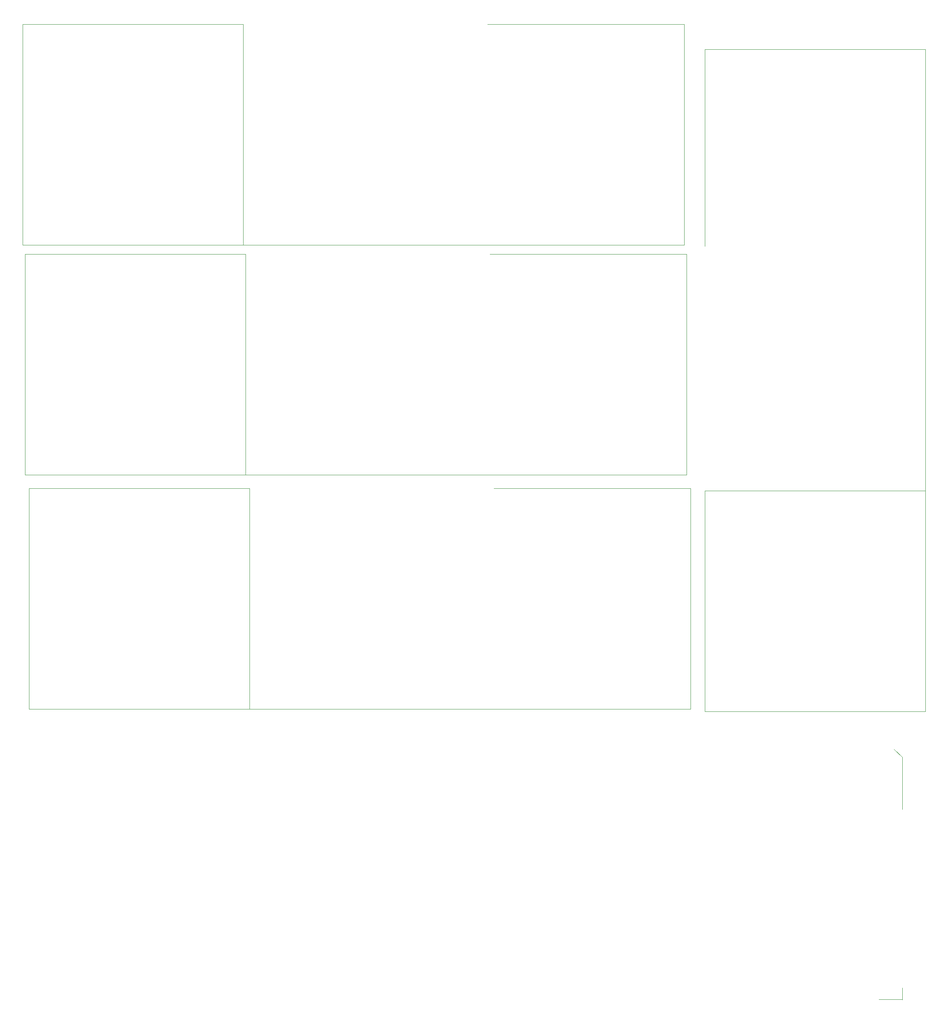
<source format=gko>
%FSTAX23Y23*%
%MOIN*%
%SFA1B1*%

%IPPOS*%
%ADD71C,0.000000*%
%LNmergedpcbs-1*%
%LPD*%
G54D71*
X35755Y24435D02*
Y24585D01*
Y26085*
Y26285*
X35705D02*
X35755D01*
X35555D02*
X35705D01*
X34155D02*
X35555D01*
X33905D02*
X34155D01*
X33905Y26035D02*
Y26285D01*
Y24585D02*
Y26035D01*
Y24435D02*
Y24585D01*
Y24435D02*
X34105D01*
X34155*
X35555*
X35655*
X35755*
X35955*
X36005*
X37405*
X37505*
X37605*
X37805*
X37855*
X39255*
X39355*
X39455*
Y24585*
Y26085*
Y26285*
X39405D02*
X39455D01*
X39255D02*
X39405D01*
X37855D02*
X39255D01*
X37805D02*
X37855D01*
X3572Y264D02*
Y2655D01*
Y2805*
Y2825*
X3567D02*
X3572D01*
X3552D02*
X3567D01*
X3412D02*
X3552D01*
X3387D02*
X3412D01*
X3387Y28D02*
Y2825D01*
Y2655D02*
Y28D01*
Y264D02*
Y2655D01*
Y264D02*
X3407D01*
X3412*
X3552*
X3562*
X3572*
X3592*
X3597*
X3737*
X3747*
X3757*
X3777*
X3782*
X3922*
X3932*
X3942*
Y2655*
Y2805*
Y2825*
X3937D02*
X3942D01*
X3922D02*
X3937D01*
X3782D02*
X3922D01*
X3777D02*
X3782D01*
X41275Y26265D02*
X41425D01*
X39775D02*
X41275D01*
X39575D02*
X39775D01*
X39575Y26215D02*
Y26265D01*
Y26065D02*
Y26215D01*
Y24665D02*
Y26065D01*
Y24415D02*
Y24665D01*
Y24415D02*
X39825D01*
X41275*
X41425*
Y24615*
Y24665*
Y26065*
Y26165*
Y26265*
Y26465*
Y26515*
Y27915*
Y28015*
Y28115*
Y28315*
Y28365*
Y29765*
Y29865*
Y29965*
X41275D02*
X41425D01*
X39775D02*
X41275D01*
X39575D02*
X39775D01*
X39575Y29915D02*
Y29965D01*
Y29765D02*
Y29915D01*
Y28365D02*
Y29765D01*
Y28315D02*
Y28365D01*
X4123Y22098D02*
X4123Y22D01*
X4123Y23594D02*
Y24032D01*
X41162Y241D02*
X4123Y24032D01*
X41035Y22003D02*
X41231Y22003D01*
X357Y28325D02*
Y28475D01*
Y29975*
Y30175*
X3565D02*
X357D01*
X355D02*
X3565D01*
X341D02*
X355D01*
X3385D02*
X341D01*
X3385Y29925D02*
Y30175D01*
Y28475D02*
Y29925D01*
Y28325D02*
Y28475D01*
Y28325D02*
X3405D01*
X341*
X355*
X356*
X357*
X359*
X3595*
X3735*
X3745*
X3755*
X3775*
X378*
X392*
X393*
X394*
Y28475*
Y29975*
Y30175*
X3935D02*
X394D01*
X392D02*
X3935D01*
X378D02*
X392D01*
X3775D02*
X378D01*
M02*
</source>
